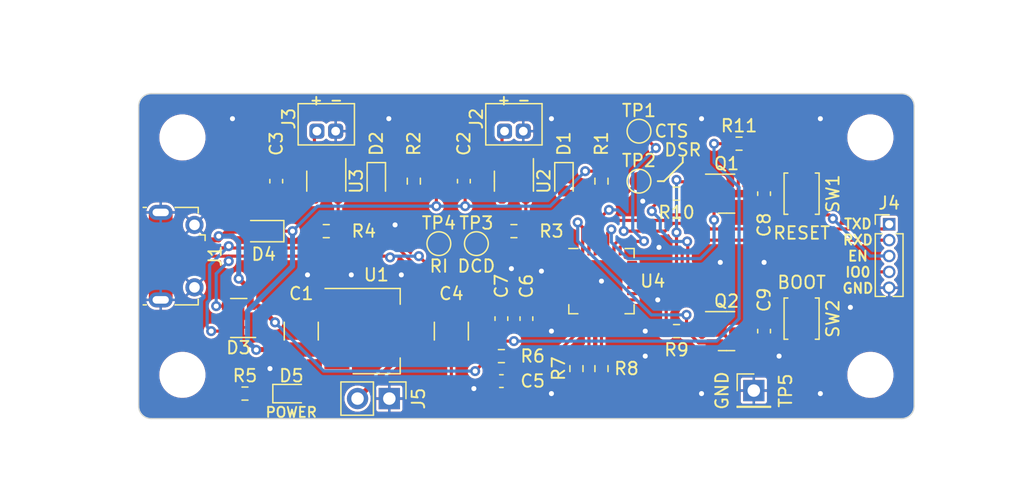
<source format=kicad_pcb>
(kicad_pcb (version 20221018) (generator pcbnew)
  (layers (0 "F.Cu" signal) (31 "B.Cu" signal) (34 "B.Paste" user) (35 "F.Paste" user) (36 "B.SilkS" user "B.Silkscreen") (37 "F.SilkS" user "F.Silkscreen") (38 "B.Mask" user) (39 "F.Mask" user) (44 "Edge.Cuts" user))
  (net 0 "")
  (net 1 "Net-(U4-~{RI}{slash}CLK)")
  (net 2 "Net-(U4-~{DCD})")
  (net 3 "Net-(U4-~{DSR})")
  (net 4 "Net-(U4-~{CTS})")
  (net 5 "+5V")
  (net 6 "Net-(D1-A)")
  (net 7 "+3.3V")
  (net 8 "/EN")
  (net 9 "/RTS")
  (net 10 "Net-(Q2-B)")
  (net 11 "/DTR")
  (net 12 "Net-(Q1-B)")
  (net 13 "Net-(U4-~{SUSPEND})")
  (net 14 "GND")
  (net 15 "Net-(U4-~{RST})")
  (net 16 "/VBUS")
  (net 17 "Net-(U4-VBUS)")
  (net 18 "Net-(D5-K)")
  (net 19 "Net-(U3-PROG)")
  (net 20 "Net-(U2-PROG)")
  (net 21 "Net-(D2-A)")
  (net 22 "Net-(D1-K)")
  (net 23 "Net-(J2-Pin_2)")
  (net 24 "Net-(D2-K)")
  (net 25 "Net-(J3-Pin_2)")
  (net 26 "/IO0")
  (net 27 "/D+")
  (net 28 "/D-")
  (net 41 "/TXD0")
  (net 42 "/RXD0")
  (footprint "Resistor_SMD:R_0603_1608Metric" (layer "F.Cu") (at 129.5 112)
    (fp_text reference "R5" (at 0 -1.43) (layer "F.SilkS"))
    (fp_text value "1608 2K")
    (pad "1" smd roundrect (at -0.825 0) (size 0.8 0.95) (layers "F.Cu" "F.Paste" "F.Mask") (net 14 "GND"))
    (pad "2" smd roundrect (at 0.825 0) (size 0.8 0.95) (layers "F.Cu" "F.Paste" "F.Mask") (net 18 "Net-(D5-K)"))
  )
  (footprint "Capacitor_SMD:C_0603_1608Metric" (layer "F.Cu") (at 150 111 180)
    (fp_text reference "C5" (at -2.5 0) (layer "F.SilkS"))
    (fp_text value "1608 4.7u")
    (pad "1" smd roundrect (at -0.775 0 180) (size 0.9 0.95) (layers "F.Cu" "F.Paste" "F.Mask") (net 17 "Net-(U4-VBUS)"))
    (pad "2" smd roundrect (at 0.775 0 180) (size 0.9 0.95) (layers "F.Cu" "F.Paste" "F.Mask") (net 14 "GND"))
  )
  (footprint "Capacitor_SMD:C_1210_3225Metric" (layer "F.Cu") (at 134 107 90)
    (fp_text reference "C1" (at 3 0 180) (layer "F.SilkS"))
    (fp_text value "3225 22uF")
    (pad "1" smd roundrect (at -1.475 0 90) (size 1.15 2.7) (layers "F.Cu" "F.Paste" "F.Mask") (roundrect_rratio 0.2173913043) (net 5 "+5V"))
    (pad "2" smd roundrect (at 1.475 0 90) (size 1.15 2.7) (layers "F.Cu" "F.Paste" "F.Mask") (roundrect_rratio 0.2173913043) (net 14 "GND"))
  )
  (footprint "Package_TO_SOT_SMD:SOT-23" (layer "F.Cu") (at 168 96)
    (fp_text reference "Q1" (at 0 -2.4) (layer "F.SilkS"))
    (fp_text value "SS8050-G")
    (pad "1" smd roundrect (at -0.9375 -0.95) (size 1.475 0.6) (layers "F.Cu" "F.Paste" "F.Mask") (net 12 "Net-(Q1-B)"))
    (pad "2" smd roundrect (at -0.9375 0.95) (size 1.475 0.6) (layers "F.Cu" "F.Paste" "F.Mask") (net 9 "/RTS"))
    (pad "3" smd roundrect (at 0.9375 0) (size 1.475 0.6) (layers "F.Cu" "F.Paste" "F.Mask") (net 8 "/EN"))
  )
  (footprint "Resistor_SMD:R_0603_1608Metric" (layer "F.Cu") (at 143 95 -90)
    (fp_text reference "R2" (at -3 0 90) (layer "F.SilkS"))
    (fp_text value "1608 1.2K")
    (pad "1" smd roundrect (at -0.825 0 270) (size 0.8 0.95) (layers "F.Cu" "F.Paste" "F.Mask") (net 5 "+5V"))
    (pad "2" smd roundrect (at 0.825 0 270) (size 0.8 0.95) (layers "F.Cu" "F.Paste" "F.Mask") (net 21 "Net-(D2-A)"))
  )
  (footprint "Connector_USB:USB_Micro-B_Molex-105017-0001" (layer "F.Cu") (at 124 101 -90)
    (fp_text reference "J1" (at 0 -3.1125 90) (layer "F.SilkS"))
    (fp_text value "USB_B_Micro")
    (pad "1" smd rect (at -1.3 -1.4625 270) (size 0.4 1.35) (layers "F.Cu" "F.Paste" "F.Mask") (net 16 "/VBUS"))
    (pad "2" smd rect (at -0.65 -1.4625 270) (size 0.4 1.35) (layers "F.Cu" "F.Paste" "F.Mask") (net 28 "/D-"))
    (pad "3" smd rect (at 0 -1.4625 270) (size 0.4 1.35) (layers "F.Cu" "F.Paste" "F.Mask") (net 27 "/D+"))
    (pad "4" smd rect (at 0.65 -1.4625 270) (size 0.4 1.35) (layers "F.Cu" "F.Paste" "F.Mask"))
    (pad "5" smd rect (at 1.3 -1.4625 270) (size 0.4 1.35) (layers "F.Cu" "F.Paste" "F.Mask") (net 14 "GND"))
    (pad "6" thru_hole oval (at -3.5 1.2375 90) (size 1.2 1.9) (drill oval 0.6 1.3) (layers "*.Cu" "*.Mask") (net 14 "GND"))
    (pad "6" smd rect (at -2.9 1.2375 270) (size 1.2 1.9) (layers "F.Cu" "F.Mask") (net 14 "GND"))
    (pad "6" thru_hole circle (at -2.5 -1.4625 270) (size 1.45 1.45) (drill 0.85) (layers "*.Cu" "*.Mask") (net 14 "GND"))
    (pad "6" smd rect (at -1 1.2375 270) (size 1.5 1.9) (layers "F.Cu" "F.Paste" "F.Mask") (net 14 "GND"))
    (pad "6" smd rect (at 1 1.2375 270) (size 1.5 1.9) (layers "F.Cu" "F.Paste" "F.Mask") (net 14 "GND"))
    (pad "6" thru_hole circle (at 2.5 -1.4625 270) (size 1.45 1.45) (drill 0.85) (layers "*.Cu" "*.Mask") (net 14 "GND"))
    (pad "6" smd rect (at 2.9 1.2375 270) (size 1.2 1.9) (layers "F.Cu" "F.Mask") (net 14 "GND"))
    (pad "6" thru_hole oval (at 3.5 1.2375 270) (size 1.2 1.9) (drill oval 0.6 1.3) (layers "*.Cu" "*.Mask") (net 14 "GND"))
  )
  (footprint "Capacitor_SMD:C_0603_1608Metric" (layer "F.Cu") (at 147 95 90)
    (fp_text reference "C2" (at 3 0 90) (layer "F.SilkS"))
    (fp_text value "1608 4.7u")
    (pad "1" smd roundrect (at -0.775 0 90) (size 0.9 0.95) (layers "F.Cu" "F.Paste" "F.Mask") (net 5 "+5V"))
    (pad "2" smd roundrect (at 0.775 0 90) (size 0.9 0.95) (layers "F.Cu" "F.Paste" "F.Mask") (net 14 "GND"))
  )
  (footprint "LED_SMD:LED_0603_1608Metric" (layer "F.Cu") (at 155 95 -90)
    (fp_text reference "D1" (at -3 0 90) (layer "F.SilkS"))
    (fp_text value "LED RED")
    (pad "1" smd roundrect (at -0.7875 0 270) (size 0.875 0.95) (layers "F.Cu" "F.Paste" "F.Mask") (net 22 "Net-(D1-K)"))
    (pad "2" smd roundrect (at 0.7875 0 270) (size 0.875 0.95) (layers "F.Cu" "F.Paste" "F.Mask") (net 6 "Net-(D1-A)"))
  )
  (footprint "Diode_SMD:D_SOD-323" (layer "F.Cu") (at 131 99 180)
    (fp_text reference "D4" (at 0 -1.85) (layer "F.SilkS"))
    (fp_text value "BAT760-7")
    (pad "1" smd roundrect (at -1.05 0 180) (size 0.6 0.45) (layers "F.Cu" "F.Paste" "F.Mask") (net 5 "+5V"))
    (pad "2" smd roundrect (at 1.05 0 180) (size 0.6 0.45) (layers "F.Cu" "F.Paste" "F.Mask") (net 16 "/VBUS"))
  )
  (footprint "Library:B2B-ZH" (layer "F.Cu") (at 136 91)
    (fp_text reference "J3" (at -3 -1 90 unlocked) (layer "F.SilkS"))
    (fp_text value "B2B-ZH")
    (pad "1" thru_hole roundrect (at 0.75 0) (size 1.2 1.2) (drill 0.7) (layers "*.Cu" "*.Mask") (net 14 "GND"))
    (pad "2" thru_hole roundrect (at -0.75 0) (size 1.2 1.2) (drill 0.7) (layers "*.Cu" "*.Mask") (net 25 "Net-(J3-Pin_2)"))
  )
  (footprint "TestPoint:TestPoint_Pad_D1.5mm" (layer "F.Cu") (at 161 95)
    (fp_text reference "TP2" (at 0 -1.648) (layer "F.SilkS"))
    (fp_text value "~")
    (pad "1" smd circle (at 0 0) (size 1.5 1.5) (layers "F.Cu" "F.Mask") (net 3 "Net-(U4-~{DSR})"))
  )
  (footprint "LED_SMD:LED_0603_1608Metric" (layer "F.Cu") (at 133.2125 112)
    (fp_text reference "D5" (at 0 -1.43) (layer "F.SilkS"))
    (fp_text value "LED GREEN")
    (pad "1" smd roundrect (at -0.7875 0) (size 0.875 0.95) (layers "F.Cu" "F.Paste" "F.Mask") (net 18 "Net-(D5-K)"))
    (pad "2" smd roundrect (at 0.7875 0) (size 0.875 0.95) (layers "F.Cu" "F.Paste" "F.Mask") (net 5 "+5V"))
  )
  (footprint "LED_SMD:LED_0603_1608Metric" (layer "F.Cu") (at 140 95 -90)
    (fp_text reference "D2" (at -3 0 90) (layer "F.SilkS"))
    (fp_text value "LED RED")
    (pad "1" smd roundrect (at -0.7875 0 270) (size 0.875 0.95) (layers "F.Cu" "F.Paste" "F.Mask") (net 24 "Net-(D2-K)"))
    (pad "2" smd roundrect (at 0.7875 0 270) (size 0.875 0.95) (layers "F.Cu" "F.Paste" "F.Mask") (net 21 "Net-(D2-A)"))
  )
  (footprint "Resistor_SMD:R_0603_1608Metric" (layer "F.Cu") (at 150 109)
    (fp_text reference "R6" (at 2.5 0) (layer "F.SilkS"))
    (fp_text value "1608 0")
    (pad "1" smd roundrect (at -0.825 0) (size 0.8 0.95) (layers "F.Cu" "F.Paste" "F.Mask") (net 16 "/VBUS"))
    (pad "2" smd roundrect (at 0.825 0) (size 0.8 0.95) (layers "F.Cu" "F.Paste" "F.Mask") (net 17 "Net-(U4-VBUS)"))
  )
  (footprint "Package_TO_SOT_SMD:TSOT-23-5" (layer "F.Cu") (at 151 95 -90)
    (fp_text reference "U2" (at 0 -2.4 90) (layer "F.SilkS"))
    (fp_text value "LTC4054ES5-4.2")
    (pad "1" smd roundrect (at -1.1375 -0.95 270) (size 1.325 0.6) (layers "F.Cu" "F.Paste" "F.Mask") (net 22 "Net-(D1-K)"))
    (pad "2" smd roundrect (at -1.1375 0 270) (size 1.325 0.6) (layers "F.Cu" "F.Paste" "F.Mask") (net 14 "GND"))
    (pad "3" smd roundrect (at -1.1375 0.95 270) (size 1.325 0.6) (layers "F.Cu" "F.Paste" "F.Mask") (net 23 "Net-(J2-Pin_2)"))
    (pad "4" smd roundrect (at 1.1375 0.95 270) (size 1.325 0.6) (layers "F.Cu" "F.Paste" "F.Mask") (net 5 "+5V"))
    (pad "5" smd roundrect (at 1.1375 -0.95 270) (size 1.325 0.6) (layers "F.Cu" "F.Paste" "F.Mask") (net 20 "Net-(U2-PROG)"))
  )
  (footprint "MountingHole:MountingHole_3.2mm_M3" (layer "F.Cu") (at 179.5 110.5)
    (fp_text reference "H4" hide)
    (fp_text value "Φ3.2 M3")
    (pad "" np_thru_hole circle (at 0 0) (size 3.2 3.2) (drill 3.2) (layers "*.Cu" "*.Mask"))
  )
  (footprint "Button_Switch_SMD:SW_SPST_B3U-1000P" (layer "F.Cu") (at 174 106 90)
    (fp_text reference "SW2" (at 0 2.5 90) (layer "F.SilkS"))
    (fp_text value "B3U-1000P")
    (pad "1" smd rect (at -1.7 0 90) (size 0.9 1.7) (layers "F.Cu" "F.Paste" "F.Mask") (net 14 "GND"))
    (pad "2" smd rect (at 1.7 0 90) (size 0.9 1.7) (layers "F.Cu" "F.Paste" "F.Mask") (net 26 "/IO0"))
  )
  (footprint "Resistor_SMD:R_0603_1608Metric" (layer "F.Cu") (at 164 107 180)
    (fp_text reference "R9" (at 0 -1.5) (layer "F.SilkS"))
    (fp_text value "1608 10K")
    (pad "1" smd roundrect (at -0.825 0 180) (size 0.8 0.95) (layers "F.Cu" "F.Paste" "F.Mask") (net 11 "/DTR"))
    (pad "2" smd roundrect (at 0.825 0 180) (size 0.8 0.95) (layers "F.Cu" "F.Paste" "F.Mask") (net 12 "Net-(Q1-B)"))
  )
  (footprint "TestPoint:TestPoint_Pad_D1.5mm" (layer "F.Cu") (at 161 91)
    (fp_text reference "TP1" (at 0 -1.648) (layer "F.SilkS"))
    (fp_text value "~")
    (pad "1" smd circle (at 0 0) (size 1.5 1.5) (layers "F.Cu" "F.Mask") (net 4 "Net-(U4-~{CTS})"))
  )
  (footprint "Connector_PinHeader_2.54mm:PinHeader_1x02_P2.54mm_Vertical" (layer "F.Cu") (at 141.04 112.4 -90)
    (fp_text reference "J5" (at 0 -2.33 90) (layer "F.SilkS"))
    (fp_text value "B2B-ZH")
    (pad "1" thru_hole rect (at 0 0 270) (size 1.7 1.7) (drill 1) (layers "*.Cu" "*.Mask") (net 14 "GND"))
    (pad "2" thru_hole oval (at 0 2.54 270) (size 1.7 1.7) (drill 1) (layers "*.Cu" "*.Mask") (net 5 "+5V"))
  )
  (footprint "Capacitor_SMD:C_0603_1608Metric" (layer "F.Cu") (at 171 107 -90)
    (fp_text reference "C9" (at -2.5 0 90) (layer "F.SilkS"))
    (fp_text value "1608 0.1u")
    (pad "1" smd roundrect (at -0.775 0 270) (size 0.9 0.95) (layers "F.Cu" "F.Paste" "F.Mask") (net 26 "/IO0"))
    (pad "2" smd roundrect (at 0.775 0 270) (size 0.9 0.95) (layers "F.Cu" "F.Paste" "F.Mask") (net 14 "GND"))
  )
  (footprint "Connector_PinHeader_1.27mm:PinHeader_1x05_P1.27mm_Vertical" (layer "F.Cu") (at 181 98.45)
    (fp_text reference "J4" (at 0 -1.695) (layer "F.SilkS"))
    (fp_text value "Conn_01x05")
    (pad "1" thru_hole rect (at 0 0) (size 1 1) (drill 0.65) (layers "*.Cu" "*.Mask") (net 41 "/TXD0"))
    (pad "2" thru_hole oval (at 0 1.27) (size 1 1) (drill 0.65) (layers "*.Cu" "*.Mask") (net 42 "/RXD0"))
    (pad "3" thru_hole oval (at 0 2.54) (size 1 1) (drill 0.65) (layers "*.Cu" "*.Mask") (net 8 "/EN"))
    (pad "4" thru_hole oval (at 0 3.81) (size 1 1) (drill 0.65) (layers "*.Cu" "*.Mask") (net 26 "/IO0"))
    (pad "5" thru_hole oval (at 0 5.08) (size 1 1) (drill 0.65) (layers "*.Cu" "*.Mask") (net 14 "GND"))
  )
  (footprint "Package_TO_SOT_SMD:SOT-143" (layer "F.Cu") (at 129 105.95 180)
    (fp_text reference "D3" (at 0.02 -2.38) (layer "F.SilkS"))
    (fp_text value "SP0503BAHT")
    (pad "1" smd rect (at -1 -0.75 180) (size 0.7 1) (layers "F.Cu" "F.Paste" "F.Mask") (net 14 "GND"))
    (pad "2" smd rect (at -1 0.95 180) (size 0.7 0.6) (layers "F.Cu" "F.Paste" "F.Mask") (net 16 "/VBUS"))
    (pad "3" smd rect (at 1 0.95 180) (size 0.7 0.6) (layers "F.Cu" "F.Paste" "F.Mask") (net 27 "/D+"))
    (pad "4" smd rect (at 1 -0.95 180) (size 0.7 0.6) (layers "F.Cu" "F.Paste" "F.Mask") (net 28 "/D-"))
  )
  (footprint "Resistor_SMD:R_0603_1608Metric" (layer "F.Cu") (at 169 92)
    (fp_text reference "R11" (at 0 -1.43) (layer "F.SilkS"))
    (fp_text value "1608 10K")
    (pad "1" smd roundrect (at -0.825 0) (size 0.8 0.95) (layers "F.Cu" "F.Paste" "F.Mask") (net 7 "+3.3V"))
    (pad "2" smd roundrect (at 0.825 0) (size 0.8 0.95) (layers "F.Cu" "F.Paste" "F.Mask") (net 8 "/EN"))
  )
  (footprint "Package_TO_SOT_SMD:SOT-223-3_TabPin2" (layer "F.Cu") (at 140 107)
    (fp_text reference "U1" (at 0 -4.5) (layer "F.SilkS"))
    (fp_text value "AMS1117-3.3")
    (pad "1" smd rect (at -3.15 -2.3) (size 2 1.5) (layers "F.Cu" "F.Paste" "F.Mask") (net 14 "GND"))
    (pad "2" smd rect (at -3.15 0) (size 2 1.5) (layers "F.Cu" "F.Paste" "F.Mask") (net 7 "+3.3V"))
    (pad "2" smd rect (at 3.15 0) (size 2 3.8) (layers "F.Cu" "F.Paste" "F.Mask") (net 7 "+3.3V"))
    (pad "3" smd rect (at -3.15 2.3) (size 2 1.5) (layers "F.Cu" "F.Paste" "F.Mask") (net 5 "+5V"))
  )
  (footprint "Resistor_SMD:R_0603_1608Metric" (layer "F.Cu") (at 164 96 180)
    (fp_text reference "R10" (at 0 -1.5) (layer "F.SilkS"))
    (fp_text value "1608 10K")
    (pad "1" smd roundrect (at -0.825 0 180) (size 0.8 0.95) (layers "F.Cu" "F.Paste" "F.Mask") (net 9 "/RTS"))
    (pad "2" smd roundrect (at 0.825 0 180) (size 0.8 0.95) (layers "F.Cu" "F.Paste" "F.Mask") (net 10 "Net-(Q2-B)"))
  )
  (footprint "Capacitor_SMD:C_0603_1608Metric" (layer "F.Cu") (at 152 106 -90)
    (fp_text reference "C6" (at -2.6 0 90) (layer "F.SilkS"))
    (fp_text value "1608 4.7u")
    (pad "1" smd roundrect (at -0.775 0 270) (size 0.9 0.95) (layers "F.Cu" "F.Paste" "F.Mask") (net 7 "+3.3V"))
    (pad "2" smd roundrect (at 0.775 0 270) (size 0.9 0.95) (layers "F.Cu" "F.Paste" "F.Mask") (net 14 "GND"))
  )
  (footprint "Package_TO_SOT_SMD:SOT-23" (layer "F.Cu") (at 168 107)
    (fp_text reference "Q2" (at 0 -2.4) (layer "F.SilkS"))
    (fp_text value "SS8050-G")
    (pad "1" smd roundrect (at -0.9375 -0.95) (size 1.475 0.6) (layers "F.Cu" "F.Paste" "F.Mask") (net 10 "Net-(Q2-B)"))
    (pad "2" smd roundrect (at -0.9375 0.95) (size 1.475 0.6) (layers "F.Cu" "F.Paste" "F.Mask") (net 11 "/DTR"))
    (pad "3" smd roundrect (at 0.9375 0) (size 1.475 0.6) (layers "F.Cu" "F.Paste" "F.Mask") (net 26 "/IO0"))
  )
  (footprint "Resistor_SMD:R_0603_1608Metric" (layer "F.Cu") (at 136 99 180)
    (fp_text reference "R4" (at -3 0) (layer "F.SilkS"))
    (fp_text value "1608 1.2K")
    (pad "1" smd roundrect (at -0.825 0 180) (size 0.8 0.95) (layers "F.Cu" "F.Paste" "F.Mask") (net 19 "Net-(U3-PROG)"))
    (pad "2" smd roundrect (at 0.825 0 180) (size 0.8 0.95) (layers "F.Cu" "F.Paste" "F.Mask") (net 14 "GND"))
  )
  (footprint "Library:B2B-ZH" (layer "F.Cu") (at 151 91)
    (fp_text reference "J2" (at -3 -1 90 unlocked) (layer "F.SilkS"))
    (fp_text value "B2B-ZH")
    (pad "1" thru_hole roundrect (at 0.75 0) (size 1.2 1.2) (drill 0.7) (layers "*.Cu" "*.Mask") (net 14 "GND"))
    (pad "2" thru_hole roundrect (at -0.75 0) (size 1.2 1.2) (drill 0.7) (layers "*.Cu" "*.Mask") (net 23 "Net-(J2-Pin_2)"))
  )
  (footprint "MountingHole:MountingHole_3.2mm_M3" (layer "F.Cu") (at 124.5 91.5)
    (fp_text reference "H1" hide)
    (fp_text value "Φ3.2 M3")
    (pad "" np_thru_hole circle (at 0 0) (size 3.2 3.2) (drill 3.2) (layers "*.Cu" "*.Mask"))
  )
  (footprint "Resistor_SMD:R_0603_1608Metric" (layer "F.Cu") (at 158 95 -90)
    (fp_text reference "R1" (at -3 0 90) (layer "F.SilkS"))
    (fp_text value "1608 1.2K")
    (pad "1" smd roundrect (at -0.825 0 270) (size 0.8 0.95) (layers "F.Cu" "F.Paste" "F.Mask") (net 5 "+5V"))
    (pad "2" smd roundrect (at 0.825 0 270) (size 0.8 0.95) (layers "F.Cu" "F.Paste" "F.Mask") (net 6 "Net-(D1-A)"))
  )
  (footprint "Capacitor_SMD:C_1210_3225Metric" (layer "F.Cu") (at 146 107 90)
    (fp_text reference "C4" (at 3 0 180) (layer "F.SilkS"))
    (fp_text value "3225 22uF")
    (pad "1" smd roundrect (at -1.475 0 90) (size 1.15 2.7) (layers "F.Cu" "F.Paste" "F.Mask") (roundrect_rratio 0.2173913043) (net 7 "+3.3V"))
    (pad "2" smd roundrect (at 1.475 0 90) (size 1.15 2.7) (layers "F.Cu" "F.Paste" "F.Mask") (roundrect_rratio 0.2173913043) (net 14 "GND"))
  )
  (footprint "TestPoint:TestPoint_Pad_D1.5mm" (layer "F.Cu") (at 148 100)
    (fp_text reference "TP3" (at 0 -1.648) (layer "F.SilkS"))
    (fp_text value "~")
    (pad "1" smd circle (at 0 0) (size 1.5 1.5) (layers "F.Cu" "F.Mask") (net 2 "Net-(U4-~{DCD})"))
  )
  (footprint "Capacitor_SMD:C_0603_1608Metric" (layer "F.Cu") (at 171 96 90)
    (fp_text reference "C8" (at -2.5 0 90) (layer "F.SilkS"))
    (fp_text value "1608 0.1u")
    (pad "1" smd roundrect (at -0.775 0 90) (size 0.9 0.95) (layers "F.Cu" "F.Paste" "F.Mask") (net 8 "/EN"))
    (pad "2" smd roundrect (at 0.775 0 90) (size 0.9 0.95) (layers "F.Cu" "F.Paste" "F.Mask") (net 14 "GND"))
  )
  (footprint "Capacitor_SMD:C_0603_1608Metric" (layer "F.Cu") (at 132 95 90)
    (fp_text reference "C3" (at 3 0 90) (layer "F.SilkS"))
    (fp_text value "1608 4.7u")
    (pad "1" smd roundrect (at -0.775 0 90) (size 0.9 0.95) (layers "F.Cu" "F.Paste" "F.Mask") (net 5 "+5V"))
    (pad "2" smd roundrect (at 0.775 0 90) (size 0.9 0.95) (layers "F.Cu" "F.Paste" "F.Mask") (net 14 "GND"))
  )
  (footprint "MountingHole:MountingHole_3.2mm_M3" (layer "F.Cu") (at 179.5 91.5)
    (fp_text reference "H3" hide)
    (fp_text value "Φ3.2 M3")
    (pad "" np_thru_hole circle (at 0 0) (size 3.2 3.2) (drill 3.2) (layers "*.Cu" "*.Mask"))
  )
  (footprint "Capacitor_SMD:C_0603_1608Metric" (layer "F.Cu") (at 150 106 -90)
    (fp_text reference "C7" (at -2.6 0 90) (layer "F.SilkS"))
    (fp_text value "1608 0.1u")
    (pad "1" smd roundrect (at -0.775 0 270) (size 0.9 0.95) (layers "F.Cu" "F.Paste" "F.Mask") (net 7 "+3.3V"))
    (pad "2" smd roundrect (at 0.775 0 270) (size 0.9 0.95) (layers "F.Cu" "F.Paste" "F.Mask") (net 14 "GND"))
  )
  (footprint "Package_TO_SOT_SMD:TSOT-23-5" (layer "F.Cu") (at 136 95 -90)
    (fp_text reference "U3" (at 0 -2.4 90) (layer "F.SilkS"))
    (fp_text value "LTC4054ES5-4.2")
    (pad "1" smd roundrect (at -1.1375 -0.95 270) (size 1.325 0.6) (layers "F.Cu" "F.Paste" "F.Mask") (net 24 "Net-(D2-K)"))
    (pad "2" smd roundrect (at -1.1375 0 270) (size 1.325 0.6) (layers "F.Cu" "F.Paste" "F.Mask") (net 14 "GND"))
    (pad "3" smd roundrect (at -1.1375 0.95 270) (size 1.325 0.6) (layers "F.Cu" "F.Paste" "F.Mask") (net 25 "Net-(J3-Pin_2)"))
    (pad "4" smd roundrect (at 1.1375 0.95 270) (size 1.325 0.6) (layers "F.Cu" "F.Paste" "F.Mask") (net 5 "+5V"))
    (pad "5" smd roundrect (at 1.1375 -0.95 270) (size 1.325 0.6) (layers "F.Cu" "F.Paste" "F.Mask") (net 19 "Net-(U3-PROG)"))
  )
  (footprint "Package_DFN_QFN:QFN-28-1EP_5x5mm_P0.5mm_EP3.35x3.35mm" (layer "F.Cu") (at 158 103)
    (fp_text reference "U4" (at 4.1 0) (layer "F.SilkS"))
    (fp_text value "CP2102-GM")
    (pad "1" smd roundrect (at -2.45 -1.5) (size 0.8 0.25) (layers "F.Cu" "F.Paste" "F.Mask") (net 2 "Net-(U4-~{DCD})"))
    (pad "2" smd roundrect (at -2.45 -1) (size 0.8 0.25) (layers "F.Cu" "F.Paste" "F.Mask") (net 1 "Net-(U4-~{RI}{slash}CLK)"))
    (pad "3" smd roundrect (at -2.45 -0.5) (size 0.8 0.25) (layers "F.Cu" "F.Paste" "F.Mask") (net 14 "GND"))
    (pad "4" smd roundrect (at -2.45 0) (size 0.8 0.25) (layers "F.Cu" "F.Paste" "F.Mask") (net 27 "/D+"))
    (pad "5" smd roundrect (at -2.45 0.5) (size 0.8 0.25) (layers "F.Cu" "F.Paste" "F.Mask") (net 28 "/D-"))
    (pad "6" smd roundrect (at -2.45 1) (size 0.8 0.25) (layers "F.Cu" "F.Paste" "F.Mask") (net 7 "+3.3V"))
    (pad "7" smd roundrect (at -2.45 1.5) (size 0.8 0.25) (layers "F.Cu" "F.Paste" "F.Mask") (net 7 "+3.3V"))
    (pad "8" smd roundrect (at -1.5 2.45) (size 0.25 0.8) (layers "F.Cu" "F.Paste" "F.Mask") (net 17 "Net-(U4-VBUS)"))
    (pad "9" smd roundrect (at -1 2.45) (size 0.25 0.8) (layers "F.Cu" "F.Paste" "F.Mask") (net 15 "Net-(U4-~{RST})"))
    (pad "10" smd roundrect (at -0.5 2.45) (size 0.25 0.8) (layers "F.Cu" "F.Paste" "F.Mask"))
    (pad "11" smd roundrect (at 0 2.45) (size 0.25 0.8) (layers "F.Cu" "F.Paste" "F.Mask") (net 13 "Net-(U4-~{SUSPEND})"))
    (pad "12" smd roundrect (at 0.5 2.45) (size 0.25 0.8) (layers "F.Cu" "F.Paste" "F.Mask"))
    (pad "13" smd roundrect (at 1 2.45) (size 0.25 0.8) (layers "F.Cu" "F.Paste" "F.Mask"))
    (pad "14" smd roundrect (at 1.5 2.45) (size 0.25 0.8) (layers "F.Cu" "F.Paste" "F.Mask"))
    (pad "15" smd roundrect (at 2.45 1.5) (size 0.8 0.25) (layers "F.Cu" "F.Paste" "F.Mask"))
    (pad "16" smd roundrect (at 2.45 1) (size 0.8 0.25) (layers "F.Cu" "F.Paste" "F.Mask"))
    (pad "17" smd roundrect (at 2.45 0.5) (size 0.8 0.25) (layers "F.Cu" "F.Paste" "F.Mask"))
    (pad "18" smd roundrect (at 2.45 0) (size 0.8 0.25) (layers "F.Cu" "F.Paste" "F.Mask"))
    (pad "19" smd roundrect (at 2.45 -0.5) (size 0.8 0.25) (layers "F.Cu" "F.Paste" "F.Mask"))
    (pad "20" smd roundrect (at 2.45 -1) (size 0.8 0.25) (layers "F.Cu" "F.Paste" "F.Mask"))
    (pad "21" smd roundrect (at 2.45 -1.5) (size 0.8 0.25) (layers "F.Cu" "F.Paste" "F.Mask"))
    (pad "22" smd roundrect (at 1.5 -2.45) (size 0.25 0.8) (layers "F.Cu" "F.Paste" "F.Mask"))
    (pad "23" smd roundrect (at 1 -2.45) (size 0.25 0.8) (layers "F.Cu" "F.Paste" "F.Mask") (net 4 "Net-(U4-~{CTS})"))
    (pad "24" smd roundrect (at 0.5 -2.45) (size 0.25 0.8) (layers "F.Cu" "F.Paste" "F.Mask") (net 9 "/RTS"))
    (pad "25" smd roundrect (at 0 -2.45) (size 0.25 0.8) (layers "F.Cu" "F.Paste" "F.Mask") (net 41 "/TXD0"))
    (pad "26" smd roundrect (at -0.5 -2.45) (size 0.25 0.8) (layers "F.Cu" "F.Paste" "F.Mask") (net 42 "/RXD0"))
    (pad "27" smd roundrect (at -1 -2.45) (size 0.25 0.8) (layers "F.Cu" "F.Paste" "F.Mask") (net 3 "Net-(U4-~{DSR})"))
    (pad "28" smd roundrect (at -1.5 -2.45) (size 0.25 0.8) (layers "F.Cu" "F.Paste" "F.Mask") (net 11 "/DTR"))
    (pad "29" smd rect (at 0 0) (size 3.35 3.35) (layers "F.Cu" "F.Mask") (net 14 "GND"))
  )
  (footprint "TestPoint:TestPoint_Pad_D1.5mm" (layer "F.Cu") (at 145 100)
    (fp_text reference "TP4" (at 0 -1.648) (layer "F.SilkS"))
    (fp_text value "~")
    (pad "1" smd circle (at 0 0) (size 1.5 1.5) (layers "F.Cu" "F.Mask") (net 1 "Net-(U4-~{RI}{slash}CLK)"))
  )
  (footprint "Resistor_SMD:R_0603_1608Metric" (layer "F.Cu") (at 151 99 180)
    (fp_text reference "R3" (at -3 0) (layer "F.SilkS"))
    (fp_text value "1608 1.2K")
    (pad "1" smd roundrect (at -0.825 0 180) (size 0.8 0.95) (layers "F.Cu" "F.Paste" "F.Mask") (net 20 "Net-(U2-PROG)"))
    (pad "2" smd roundrect (at 0.825 0 180) (size 0.8 0.95) (layers "F.Cu" "F.Paste" "F.Mask") (net 14 "GND"))
  )
  (footprint "Resistor_SMD:R_0603_1608Metric" (layer "F.Cu") (at 158 110 -90)
    (fp_text reference "R8" (at 0 -2 -180) (layer "F.SilkS"))
    (fp_text value "1608 10K NC")
    (pad "1" smd roundrect (at -0.825 0 270) (size 0.8 0.95) (layers "F.Cu" "F.Paste" "F.Mask") (net 13 "Net-(U4-~{SUSPEND})"))
    (pad "2" smd roundrect (at 0.825 0 270) (size 0.8 0.95) (layers "F.Cu" "F.Paste" "F.Mask") (net 14 "GND"))
  )
  (footprint "Resistor_SMD:R_0603_1608Metric" (layer "F.Cu") (at 156 110 90)
    (fp_text reference "R7" (at 0 -1.43 90) (layer "F.SilkS"))
    (fp_text value "1608 2K")
    (pad "1" smd roundrect (at -0.825 0 90) (size 0.8 0.95) (layers "F.Cu" "F.Paste" "F.Mask") (net 7 "+3.3V"))
    (pad "2" smd roundrect (at 0.825 0 90) (size 0.8 0.95) (layers "F.Cu" "F.Paste" "F.Mask") (net 15 "Net-(U4-~{RST})"))
  )
  (footprint "MountingHole:MountingHole_3.2mm_M3" (layer "F.Cu") (at 124.5 110.5)
    (fp_text reference "H2" hide)
    (fp_text value "Φ3.2 M3")
    (pad "" np_thru_hole circle (at 0 0) (size 3.2 3.2) (drill 3.2) (layers "*.Cu" "*.Mask"))
  )
  (footprint "Connector_PinHeader_2.54mm:PinHeader_1x01_P2.54mm_Vertical" (layer "F.Cu") (at 170.18 111.76)
    (fp_text reference "TP5" (at 2.54 0 90) (layer "F.SilkS"))
    (fp_text value "~")
    (pad "1" thru_hole rect (at 0 0) (size 1.7 1.7) (drill 1) (layers "*.Cu" "*.Mask") (net 14 "GND"))
  )
  (footprint "Button_Switch_SMD:SW_SPST_B3U-1000P" (layer "F.Cu") (at 174 96 -90)
    (fp_text reference "SW1" (at 0 -2.5 90) (layer "F.SilkS"))
    (fp_text value "B3U-1000P")
    (pad "1" smd rect (at -1.7 0 270) (size 0.9 1.7) (layers "F.Cu" "F.Paste" "F.Mask") (net 14 "GND"))
    (pad "2" smd rect (at 1.7 0 270) (size 0.9 1.7) (layers "F.Cu" "F.Paste" "F.Mask") (net 8 "/EN"))
  )
  (gr_line (start 164.5 93.5) (end 164.5 93.1) (stroke (width 0.15)) (layer "F.SilkS"))
  (gr_line (start 162.5 95) (end 163 95) (stroke (width 0.15)) (layer "F.SilkS"))
  (gr_line (start 163 95) (end 164.5 93.5) (stroke (width 0.15)) (layer "F.SilkS"))
  (gr_arc (start 182 88) (mid 182.707107 88.292893) (end 183 89) (stroke (width 0.1)) (layer "Edge.Cuts"))
  (gr_line (start 122 114) (end 182 114) (stroke (width 0.1)) (layer "Edge.Cuts"))
  (gr_line (start 121 89) (end 121 113) (stroke (width 0.1)) (layer "Edge.Cuts"))
  (gr_line (start 183 113) (end 183 89) (stroke (width 0.1)) (layer "Edge.Cuts"))
  (gr_arc (start 183 113) (mid 182.707107 113.707107) (end 182 114) (stroke (width 0.1)) (layer "Edge.Cuts"))
  (gr_arc (start 121 89) (mid 121.292893 88.292893) (end 122 88) (stroke (width 0.1)) (layer "Edge.Cuts"))
  (gr_arc (start 122 114) (mid 121.292893 113.707107) (end 121 113) (stroke (width 0.1)) (layer "Edge.Cuts"))
  (gr_line (start 182 88) (end 122 88) (stroke (width 0.1)) (layer "Edge.Cuts"))
  (gr_text "DSR" (at 164.5 92.5) (layer "F.SilkS") (effects (font (size 1 1))))
  (gr_text "RESET" (at 174 99.15) (layer "F.SilkS") (effects (font (size 1 1))))
  (gr_text "+ -" (at 151 88.5) (layer "F.SilkS") (effects (font (size 0.8 0.8))))
  (gr_text "POWER" (at 133.2 113.5) (layer "F.SilkS") (effects (font (size 0.8 0.8))))
  (gr_text "BOOT" (at 174 103.1) (layer "F.SilkS") (effects (font (size 1 1))))
  (gr_text "RI" (at 145 101.8) (layer "F.SilkS") (effects (font (size 1 1))))
  (gr_text "GND" (at 167.64 111.76 90) (layer "F.SilkS") (effects (font (size 1 1))))
  (gr_text "TXD\nRXD\nEN\nIO0\nGND" (at 178.5 101) (layer "F.SilkS") (effects (font (size 0.8 0.8) (thickness 0.15875) bold)))
  (gr_text "+ -" (at 136 88.5) (layer "F.SilkS") (effects (font (size 0.8 0.8))))
  (gr_text "DCD" (at 148 101.8) (layer "F.SilkS") (effects (font (size 1 1))))
  (gr_text "CTS" (at 163.6 91) (layer "F.SilkS") (effects (font (size 1 1))))
  (segment (start 155.55 102) (end 154.688604 102) (width 0.25) (layer "F.Cu") (net 1))
  (segment (start 153.888604 101.2) (end 146.2 101.2) (width 0.25) (layer "F.Cu") (net 1))
  (segment (start 146.2 101.2) (end 145 100) (width 0.25) (layer "F.Cu") (net 1))
  (segment (start 154.688604 102) (end 153.888604 101.2) (width 0.25) (layer "F.Cu") (net 1))
  (segment (start 148 100) (end 148.4 100.4) (width 0.25) (layer "F.Cu") (net 2))
  (segment (start 148.4 100.4) (end 153.725 100.4) (width 0.25) (layer "F.Cu") (net 2))
  (segment (start 154.825 101.5) (end 155.55 101.5) (width 0.25) (layer "F.Cu") (net 2))
  (segment (start 153.725 100.4) (end 154.825 101.5) (width 0.25) (layer "F.Cu") (net 2))
  (segment (start 159.45 96.55) (end 161 95) (width 0.25) (layer "F.Cu") (net 3))
  (segment (start 157.75 96.55) (end 159.45 96.55) (width 0.25) (layer "F.Cu") (net 3))
  (segment (start 157 97.3) (end 157.75 96.55) (width 0.25) (layer "F.Cu") (net 3))
  (segment (start 157 100.55) (end 157 97.3) (width 0.25) (layer "F.Cu") (net 3))
  (segment (start 159.277492 99.8245) (end 161.3755 99.8245) (width 0.25) (layer "F.Cu") (net 4))
  (segment (start 161 91) (end 162.35 92.35) (width 0.25) (layer "F.Cu") (net 4))
  (segment (start 159 100.55) (end 159 100.101992) (width 0.25) (layer "F.Cu") (net 4))
  (segment (start 159 100.101992) (end 159.277492 99.8245) (width 0.25) (layer "F.Cu") (net 4))
  (segment (start 161.3755 99.8245) (end 161.4 99.8) (width 0.25) (layer "F.Cu") (net 4))
  (via (at 161.4 99.8) (size 0.8) (drill 0.4) (layers "F.Cu" "B.Cu") (net 4))
  (via (at 162.35 92.35) (size 0.8) (drill 0.4) (layers "F.Cu" "B.Cu") (net 4))
  (segment (start 161.4 99.8) (end 160.5 98.9) (width 0.25) (layer "B.Cu") (net 4))
  (segment (start 160.5 94.2) (end 162.35 92.35) (width 0.25) (layer "B.Cu") (net 4))
  (segment (start 160.5 98.9) (end 160.5 94.2) (width 0.25) (layer "B.Cu") (net 4))
  (segment (start 136.025 108.475) (end 136.85 109.3) (width 0.4) (layer "F.Cu") (net 5))
  (segment (start 135.05 96.1375) (end 134.9125 96) (width 0.25) (layer "F.Cu") (net 5))
  (segment (start 132.05 99) (end 132.05 95.825) (width 0.25) (layer "F.Cu") (net 5))
  (segment (start 132.225 96) (end 132 95.775) (width 0.25) (layer "F.Cu") (net 5))
  (segment (start 147.125 95.9) (end 147 95.775) (width 0.25) (layer "F.Cu") (net 5))
  (segment (start 134 108.475) (end 134 112) (width 0.4) (layer "F.Cu") (net 5))
  (segment (start 132.05 99) (end 133.3 99) (width 0.25) (layer "F.Cu") (net 5))
  (segment (start 132.05 95.825) (end 132 95.775) (width 0.25) (layer "F.Cu") (net 5))
  (segment (start 150.05 96.1375) (end 149.8125 95.9) (width 0.25) (layer "F.Cu") (net 5))
  (segment (start 134 108.475) (end 130.425 108.475) (width 0.4) (layer "F.Cu") (net 5))
  (segment (start 144.8 95.975) (end 144.8 97) (width 0.25) (layer "F.Cu") (net 5))
  (segment (start 156.7 94.2) (end 157.975 94.2) (width 0.25) (layer "F.Cu") (net 5))
  (segment (start 134.9125 96) (end 132.225 96) (width 0.25) (layer "F.Cu") (net 5))
  (segment (start 149.8125 95.9) (end 147.125 95.9) (width 0.25) (layer "F.Cu") (net 5))
  (segment (start 134 108.475) (end 136.025 108.475) (width 0.4) (layer "F.Cu") (net 5))
  (segment (start 143 94.175) (end 144.8 95.975) (width 0.25) (layer "F.Cu") (net 5))
  (segment (start 141.6 109.3) (end 138.5 112.4) (width 0.4) (layer "F.Cu") (net 5))
  (segment (start 130.425 108.475) (end 130.4 108.5) (width 0.4) (layer "F.Cu") (net 5))
  (segment (start 147.1 97) (end 147.1 95.875) (width 0.25) (layer "F.Cu") (net 5))
  (segment (start 136.85 109.3) (end 141.6 109.3) (width 0.4) (layer "F.Cu") (net 5))
  (segment (start 147.1 95.875) (end 147 95.775) (width 0.25) (layer "F.Cu") (net 5))
  (segment (start 157.975 94.2) (end 158 94.175) (width 0.25) (layer "F.Cu") (net 5))
  (via (at 130.4 108.5) (size 0.8) (drill 0.4) (layers "F.Cu" "B.Cu") (net 5))
  (via (at 144.8 97) (size 0.8) (drill 0.4) (layers "F.Cu" "B.Cu") (net 5))
  (via (at 133.3 99) (size 0.8) (drill 0.4) (layers "F.Cu" "B.Cu") (net 5))
  (via (at 147.1 97) (size 0.8) (drill 0.4) (layers "F.Cu" "B.Cu") (net 5))
  (via (at 156.7 94.2) (size 0.8) (drill 0.4) (layers "F.Cu" "B.Cu") (net 5))
  (segment (start 135.3 97) (end 144.8 97) (width 0.25) (layer "B.Cu") (net 5))
  (segment (start 153.9 97) (end 156.7 94.2) (width 0.25) (layer "B.Cu") (net 5))
  (segment (start 129.7 107.8) (end 130.4 108.5) (width 0.4) (layer "B.Cu") (net 5))
  (segment (start 129.7 105.4) (end 129.7 107.8) (width 0.4) (layer "B.Cu") (net 5))
  (segment (start 133.3 99) (end 135.3 97) (width 0.25) (layer "B.Cu") (net 5))
  (segment (start 144.8 97) (end 147.1 97) (width 0.25) (layer "B.Cu") (net 5))
  (segment (start 133.3 99) (end 133.3 101.8) (width 0.4) (layer "B.Cu") (net 5))
  (segment (start 133.3 101.8) (end 129.7 105.4) (width 0.4) (layer "B.Cu") (net 5))
  (segment (start 147.1 97) (end 153.9 97) (width 0.25) (layer "B.Cu") (net 5))
  (segment (start 155.0375 95.825) (end 155 95.7875) (width 0.25) (layer "F.Cu") (net 6))
  (segment (start 158 95.825) (end 155.0375 95.825) (width 0.25) (layer "F.Cu") (net 6))
  (segment (start 155.55 104.5) (end 154.6 104.5) (width 0.25) (layer "F.Cu") (net 7))
  (segment (start 144.625 108.475) (end 143.15 107) (width 0.4) (layer "F.Cu") (net 7))
  (segment (start 147.2 112.6) (end 146 111.4) (width 0.25) (layer "F.Cu") (net 7))
  (segment (start 146 111.4) (end 146 108.475) (width 0.25) (layer "F.Cu") (net 7))
  (segment (start 153.875 105.225) (end 152 105.225) (width 0.25) (layer "F.Cu") (net 7))
  (segment (start 153.975 110.825) (end 152.2 112.6) (width 0.25) (layer "F.Cu") (net 7))
  (segment (start 154.6 104.5) (end 153.875 105.225) (width 0.25) (layer "F.Cu") (net 7))
  (segment (start 149.175 105.225) (end 150 105.225) (width 0.4) (layer "F.Cu") (net 7))
  (segment (start 150 105.225) (end 152 105.225) (width 0.25) (layer "F.Cu") (net 7))
  (segment (start 155.05 104.5) (end 154.6 104.5) (width 0.25) (layer "F.Cu") (net 7))
  (segment (start 136.85 107) (end 143.15 107) (width 0.4) (layer "F.Cu") (net 7))
  (segment (start 168.175 92) (end 167 92) (width 0.25) (layer "F.Cu") (net 7))
  (segment (start 146 108.475) (end 144.625 108.475) (width 0.4) (layer "F.Cu") (net 7))
  (segment (start 155.1 104) (end 155.55 104) (width 0.25) (layer "F.Cu") (net 7))
  (segment (start 152.2 112.6) (end 147.2 112.6) (width 0.25) (layer "F.Cu") (net 7))
  (segment (start 151 107.8) (end 148.2 107.8) (width 0.25) (layer "F.Cu") (net 7))
  (segment (start 147.825 108.475) (end 148.2 108.1) (width 0.4) (layer "F.Cu") (net 7))
  (segment (start 148.2 107.8) (end 148.2 106.2) (width 0.4) (layer "F.Cu") (net 7))
  (segment (start 148.2 108.1) (end 148.2 107.8) (width 0.4) (layer "F.Cu") (net 7))
  (segment (start 154.6 104.5) (end 155.1 104) (width 0.25) (layer "F.Cu") (net 7))
  (segment (start 156 110.825) (end 153.975 110.825) (width 0.25) (layer "F.Cu") (net 7))
  (segment (start 148.2 106.2) (end 149.175 105.225) (width 0.4) (layer "F.Cu") (net 7))
  (segment (start 146 108.475) (end 147.825 108.475) (width 0.4) (layer "F.Cu") (net 7))
  (via (at 151 107.8) (size 0.8) (drill 0.4) (layers "F.Cu" "B.Cu") (net 7))
  (via (at 167 92) (size 0.8) (drill 0.4) (layers "F.Cu" "B.Cu") (net 7))
  (segment (start 169 106) (end 167.2 107.8) (width 0.25) (layer "B.Cu") (net 7))
  (segment (start 169 95.5) (end 169 106) (width 0.25) (layer "B.Cu") (net 7))
  (segment (start 167 92) (end 167 93.5) (width 0.25) (layer "B.Cu") (net 7))
  (segment (start 167.2 107.8) (end 151 107.8) (width 0.25) (layer "B.Cu") (net 7))
  (segment (start 167 93.5) (end 169 95.5) (width 0.25) (layer "B.Cu") (net 7))
  (segment (start 169.8 93.6) (end 169.8 92.025) (width 0.25) (layer "F.Cu") (net 8))
  (segment (start 170.225 96) (end 171 96.775) (width 0.25) (layer "F.Cu") (net 8))
  (segment (start 174 97.7) (end 176.2 97.7) (width 0.25) (layer "F.Cu") (net 8))
  (segment (start 168.9375 94.4625) (end 169.8 93.6) (width 0.25) (layer "F.Cu") (net 8))
  (segment (start 168.9375 96) (end 170.225 96) (width 0.25) (layer "F.Cu") (net 8))
  (segment (start 176.2 97.7) (end 176.5 98) (width 0.25) (layer "F.Cu") (net 8))
  (segment (start 169.8 92.025) (end 169.825 92) (width 0.25) (layer "F.Cu") (net 8))
  (segment (start 171.925 97.7) (end 174 97.7) (width 0.25) (layer "F.Cu") (net 8))
  (segment (start 171 96.775) (end 171.925 97.7) (width 0.25) (layer "F.Cu") (net 8))
  (segment (start 168.9375 96) (end 168.9375 94.4625) (width 0.25) (layer "F.Cu") (net 8))
  (via (at 176.5 98) (size 0.8) (drill 0.4) (layers "F.Cu" "B.Cu") (net 8))
  (segment (start 181 100.99) (end 179.49 100.99) (width 0.25) (layer "B.Cu") (net 8))
  (segment (start 179.49 100.99) (end 176.5 98) (width 0.25) (layer "B.Cu") (net 8))
  (segment (start 167.0625 96.95) (end 165.775 96.95) (width 0.25) (layer "F.Cu") (net 9))
  (segment (start 167 98.1) (end 167 97.0125) (width 0.25) (layer "F.Cu") (net 9))
  (segment (start 158.5 99.156637) (end 158.790384 98.866253) (width 0.25) (layer "F.Cu") (net 9))
  (segment (start 158.5 100.55) (end 158.5 99.156637) (width 0.25) (layer "F.Cu") (net 9))
  (segment (start 167 97.0125) (end 167.0625 96.95) (width 0.25) (layer "F.Cu") (net 9))
  (segment (start 165.775 96.95) (end 164.825 96) (width 0.25) (layer "F.Cu") (net 9))
  (via (at 158.790384 98.866253) (size 0.8) (drill 0.4) (layers "F.Cu" "B.Cu") (net 9))
  (via (at 167 98.1) (size 0.8) (drill 0.4) (layers "F.Cu" "B.Cu") (net 9))
  (segment (start 167 98.1) (end 167 100.1) (width 0.25) (layer "B.Cu") (net 9))
  (segment (start 160.1 101.2) (end 158.790384 99.890384) (width 0.25) (layer "B.Cu") (net 9))
  (segment (start 167 100.1) (end 165.9 101.2) (width 0.25) (layer "B.Cu") (net 9))
  (segment (start 158.790384 99.890384) (end 158.790384 98.866253) (width 0.25) (layer "B.Cu") (net 9))
  (segment (start 165.9 101.2) (end 160.1 101.2) (width 0.25) (layer "B.Cu") (net 9))
  (segment (start 162.0245 97.1505) (end 162.0245 97.4) (width 0.25) (layer "F.Cu") (net 10))
  (segment (start 167.0625 103.7625) (end 164.9 101.6) (width 0.25) (layer "F.Cu") (net 10))
  (segment (start 164.9 101.6) (end 164.9 99.876) (width 0.25) (layer "F.Cu") (net 10))
  (segment (start 167.0625 106.05) (end 167.0625 103.7625) (width 0.25) (layer "F.Cu") (net 10))
  (segment (start 164.9 99.876) (end 164.850054 99.826054) (width 0.25) (layer "F.Cu") (net 10))
  (segment (start 163.175 96) (end 162.0245 97.1505) (width 0.25) (layer "F.Cu") (net 10))
  (via (at 164.850054 99.826054) (size 0.8) (drill 0.4) (layers "F.Cu" "B.Cu") (net 10))
  (via (at 162.0245 97.4) (size 0.8) (drill 0.4) (layers "F.Cu" "B.Cu") (net 10))
  (segment (start 162.7 98.0755) (end 162.7 98.9) (width 0.25) (layer "B.Cu") (net 10))
  (segment (start 163.626054 99.826054) (end 164.850054 99.826054) (width 0.25) (layer "B.Cu") (net 10))
  (segment (start 162.0245 97.4) (end 162.7 98.0755) (width 0.25) (layer "B.Cu") (net 10))
  (segment (start 162.7 98.9) (end 163.626054 99.826054) (width 0.25) (layer "B.Cu") (net 10))
  (segment (start 165.775 107.95) (end 164.825 107) (width 0.25) (layer "F.Cu") (net 11))
  (segment (start 156.5 100.55) (end 156.5 98.7) (width 0.25) (layer "F.Cu") (net 11))
  (segment (start 164.8 106.975) (end 164.825 107) (width 0.25) (layer "F.Cu") (net 11))
  (segment (start 164.8 105.7) (end 164.8 106.975) (width 0.25) (layer "F.Cu") (net 11))
  (segment (start 156.5 98.7) (end 156.1 98.3) (width 0.25) (layer "F.Cu") (net 11))
  (segment (start 167.0625 107.95) (end 165.775 107.95) (width 0.25) (layer "F.Cu") (net 11))
  (via (at 156.1 98.3) (size 0.8) (drill 0.4) (layers "F.Cu" "B.Cu") (net 11))
  (via (at 164.8 105.7) (size 0.8) (drill 0.4) (layers "F.Cu" "B.Cu") (net 11))
  (segment (start 162 105.7) (end 156.1 99.8) (width 0.25) (layer "B.Cu") (net 11))
  (segment (start 164.8 105.7) (end 162 105.7) (width 0.25) (layer "B.Cu") (net 11))
  (segment (start 156.1 99.8) (end 156.1 98.3) (width 0.25) (layer "B.Cu") (net 11))
  (segment (start 164 104.5) (end 164 99.101554) (width 0.25) (layer "F.Cu") (net 12))
  (segment (start 167.0625 95.05) (end 164.15 95.05) (width 0.25) (layer "F.Cu") (net 12))
  (segment (start 163.175 107) (end 163.175 105.325) (width 0.25) (layer "F.Cu") (net 12))
  (segment (start 163.175 105.325) (end 164 104.5) (width 0.25) (layer "F.Cu") (net 12))
  (segment (start 164.15 95.05) (end 164 94.9) (width 0.25) (layer "F.Cu") (net 12))
  (via (at 164 99.101554) (size 0.8) (drill 0.4) (layers "F.Cu" "B.Cu") (net 12))
  (via (at 164 94.9) (size 0.8) (drill 0.4) (layers "F.Cu" "B.Cu") (net 12))
  (segment (start 164 94.9) (end 164 99.101554) (width 0.25) (layer "B.Cu") (net 12))
  (segment (start 158 105.45) (end 158 109.175) (width 0.25) (layer "F.Cu") (net 13))
  (segment (start 157.5 102.5) (end 158 103) (width 0.25) (layer "F.Cu") (net 14))
  (segment (start 155.55 102.5) (end 157.5 102.5) (width 0.25) (layer "F.Cu") (net 14))
  (via (at 154 107) (size 0.8) (drill 0.4) (layers "F.Cu" "B.Cu") (net 14))
  (via (at 162.5 104.5) (size 0.8) (drill 0.4) (layers "F.Cu" "B.Cu") (net 14))
  (via (at 162.6 100.3) (size 0.8) (drill 0.4) (layers "F.Cu" "B.Cu") (net 14))
  (via (at 177.9 105.1) (size 0.8) (drill 0.4) (layers "F.Cu" "B.Cu") (net 14))
  (via (at 175.5 90) (size 0.8) (drill 0.4) (layers "F.Cu" "B.Cu") (net 14))
  (via (at 153.2 102.2) (size 0.8) (drill 0.4) (layers "F.Cu" "B.Cu") (net 14))
  (via (at 147.8 111.6) (size 0.8) (drill 0.4) (layers "F.Cu" "B.Cu") (net 14))
  (via (at 158 103) (size 0.8) (drill 0.4) (layers "F.Cu" "B.Cu") (net 14))
  (via (at 154 112) (size 0.8) (drill 0.4) (layers "F.Cu" "B.Cu") (net 14))
  (via (at 138 102.5) (size 0.8) (drill 0.4) (layers "F.Cu" "B.Cu") (net 14))
  (via (at 141 90) (size 0.8) (drill 0.4) (layers "F.Cu" "B.Cu") (net 14))
  (via (at 154 90) (size 0.8) (drill 0.4) (layers "F.Cu" "B.Cu") (net 14))
  (via (at 128.5 90) (size 0.8) (drill 0.4) (layers "F.Cu" "B.Cu") (net 14))
  (via (at 171 101.5) (size 0.8) (drill 0.4) (layers "F.Cu" "B.Cu") (net 14))
  (via (at 161.5 109) (size 0.8) (drill 0.4) (layers "F.Cu" "B.Cu") (net 14))
  (via (at 161.3 96.6) (size 0.8) (drill 0.4) (layers "F.Cu" "B.Cu") (net 14))
  (via (at 161.5 107) (size 0.8) (drill 0.4) (layers "F.Cu" "B.Cu") (net 14))
  (via (at 166 90) (size 0.8) (drill 0.4) (layers "F.Cu" "B.Cu") (net 14))
  (via (at 172.2 109) (size 0.8) (drill 0.4) (layers "F.Cu" "B.Cu") (net 14))
  (via (at 134.5 102.5) (size 0.8) (drill 0.4) (layers "F.Cu" "B.Cu") (net 14))
  (via (at 150.8 102) (size 0.8) (drill 0.4) (layers "F.Cu" "B.Cu") (net 14))
  (via (at 167.5 101.5) (size 0.8) (drill 0.4) (layers "F.Cu" "B.Cu") (net 14))
  (via (at 142 102.5) (size 0.8) (drill 0.4) (layers "F.Cu" "B.Cu") (net 14))
  (via (at 166 112) (size 0.8) (drill 0.4) (layers "F.Cu" "B.Cu") (net 14))
  (via (at 131.5 110) (size 0.8) (drill 0.4) (layers "F.Cu" "B.Cu") (net 14))
  (via (at 175.5 112) (size 0.8) (drill 0.4) (layers "F.Cu" "B.Cu") (net 14))
  (via (at 141.5 98.5) (size 0.8) (drill 0.4) (layers "F.Cu" "B.Cu") (net 14))
  (segment (start 157 108.175) (end 156 109.175) (width 0.25) (layer "F.Cu") (net 15))
  (segment (start 157 105.45) (end 157 108.175) (width 0.25) (layer "F.Cu") (net 15))
  (segment (start 128.1 99) (end 127.4 99.7) (width 0.4) (layer "F.Cu") (net 16))
  (segment (start 130 105) (end 130.6 105) (width 0.4) (layer "F.Cu") (net 16))
  (segment (start 130 105) (end 130 103.79975) (width 0.4) (layer "F.Cu") (net 16))
  (segment (start 130 103.79975) (end 129.00025 102.8) (width 0.4) (layer "F.Cu") (net 16))
  (segment (start 149.175 109) (end 149.1 109) (width 0.25) (layer "F.Cu") (net 16))
  (segment (start 149.1 109) (end 147.9 110.2) (width 0.25) (layer "F.Cu") (net 16))
  (segment (start 127.4 99.7) (end 127.4 99.4) (width 0.4) (layer "F.Cu") (net 16))
  (segment (start 127.4 99.7) (end 125.4625 99.7) (width 0.4) (layer "F.Cu") (net 16))
  (segment (start 129.95 99) (end 128.1 99) (width 0.4) (layer "F.Cu") (net 16))
  (segment (start 130.6 105) (end 131.9 106.3) (width 0.4) (layer "F.Cu") (net 16))
  (via (at 127.4 99.4) (size 0.8) (drill 0.4) (layers "F.Cu" "B.Cu") (net 16))
  (via (at 129.00025 102.8) (size 0.8) (drill 0.4) (layers "F.Cu" "B.Cu") (net 16))
  (via (at 147.9 110.2) (size 0.8) (drill 0.4) (layers "F.Cu" "B.Cu") (net 16))
  (via (at 131.9 106.3) (size 0.8) (drill 0.4) (layers "F.Cu" "B.Cu") (net 16))
  (segment (start 128.530664 99.4) (end 129.00025 99.869586) (width 0.4) (layer "B.Cu") (net 16))
  (segment (start 127.4 99.4) (end 128.530664 99.4) (width 0.4) (layer "B.Cu") (net 16))
  (segment (start 129.00025 99.869586) (end 129.00025 102.8) (width 0.4) (layer "B.Cu") (net 16))
  (segment (start 135.8 110.2) (end 131.9 106.3) (width 0.25) (layer "B.Cu") (net 16))
  (segment (start 147.9 110.2) (end 135.8 110.2) (width 0.25) (layer "B.Cu") (net 16))
  (segment (start 156.5 106.7) (end 154.2 109) (width 0.25) (layer "F.Cu") (net 17))
  (segment (start 156.5 105.45) (end 156.5 106.7) (width 0.25) (layer "F.Cu") (net 17))
  (segment (start 154.2 109) (end 150.825 109) (width 0.25) (layer "F.Cu") (net 17))
  (segment (start 150.825 110.95) (end 150.775 111) (width 0.25) (layer "F.Cu") (net 17))
  (segment (start 150.825 109) (end 150.825 110.95) (width 0.25) (layer "F.Cu") (net 17))
  (segment (start 132.425 112) (end 130.325 112) (width 0.25) (layer "F.Cu") (net 18))
  (segment (start 136.825 99) (end 136.95 98.875) (width 0.25) (layer "F.Cu") (net 19))
  (segment (start 136.95 98.875) (end 136.95 96.1375) (width 0.25) (layer "F.Cu") (net 19))
  (segment (start 151.825 99) (end 151.95 98.875) (width 0.25) (layer "F.Cu") (net 20))
  (segment (start 151.95 98.875) (end 151.95 96.1375) (width 0.25) (layer "F.Cu") (net 20))
  (segment (start 140.0375 95.825) (end 140 95.7875) (width 0.25) (layer "F.Cu") (net 21))
  (segment (start 143 95.825) (end 140.0375 95.825) (width 0.25) (layer "F.Cu") (net 21))
  (segment (start 151.95 93.8625) (end 154.65 93.8625) (width 0.25) (layer "F.Cu") (net 22))
  (segment (start 154.65 93.8625) (end 155 94.2125) (width 0.25) (layer "F.Cu") (net 22))
  (segment (start 150.05 93.8625) (end 150.05 91.2) (width 0.25) (layer "F.Cu") (net 23))
  (segment (start 150.05 91.2) (end 150.25 91) (width 0.25) (layer "F.Cu") (net 23))
  (segment (start 136.95 93.8625) (end 139.65 93.8625) (width 0.25) (layer "F.Cu") (net 24))
  (segment (start 139.65 93.8625) (end 140 94.2125) (width 0.25) (layer "F.Cu") (net 24))
  (segment (start 135.05 93.8625) (end 135.05 91.2) (width 0.25) (layer "F.Cu") (net 25))
  (segment (start 135.05 91.2) (end 135.25 91) (width 0.25) (layer "F.Cu") (net 25))
  (segment (start 178.24 102.26) (end 181 102.26) (width 0.25) (layer "F.Cu") (net 26))
  (segment (start 172.925 104.3) (end 171 106.225) (width 0.25) (layer "F.Cu") (net 26))
  (segment (start 174 104.3) (end 172.925 104.3) (width 0.25) (layer "F.Cu") (net 26))
  (segment (start 176.2 104.3) (end 178.24 102.26) (width 0.25) (layer "F.Cu") (net 26))
  (segment (start 174 104.3) (end 176.2 104.3) (width 0.25) (layer "F.Cu") (net 26))
  (segment (start 168.9375 107) (end 170.225 107) (width 0.25) (layer "F.Cu") (net 26))
  (segment (start 170.225 107) (end 171 106.225) (width 0.25) (layer "F.Cu") (net 26))
  (segment (start 127.2 105) (end 128 105) (width 0.25) (layer "F.Cu") (net 27))
  (segment (start 145.4 103) (end 143.4 101) (width 0.25) (layer "F.Cu") (net 27))
  (segment (start 141.1 101.1) (end 141 101) (width 0.25) (layer "F.Cu") (net 27))
  (segment (start 141 101) (end 128.2 101) (width 0.25) (layer "F.Cu") (net 27))
  (segment (start 128 101) (end 125.4625 101) (width 0.25) (layer "F.Cu") (net 27))
  (segment (start 128.2 101) (end 128 101) (width 0.25) (layer "F.Cu") (net 27))
  (segment (start 128.2 101) (end 128.2 101.4) (width 0.25) (layer "F.Cu") (net 27))
  (segment (start 155.55 103) (end 145.4 103) (width 0.25) (layer "F.Cu") (net 27))
  (via (at 127.2 105) (size 0.8) (drill 0.4) (layers "F.Cu" "B.Cu") (net 27))
  (via (at 128.2 101.4) (size 0.8) (drill 0.4) (layers "F.Cu" "B.Cu") (net 27))
  (via (at 143.4 101) (size 0.8) (drill 0.4) (layers "F.Cu" "B.Cu") (net 27))
  (via (at 141.1 101.1) (size 0.8) (drill 0.4) (layers "F.Cu" "B.Cu") (net 27))
  (segment (start 141.2 101) (end 141.1 101.1) (width 0.25) (layer "B.Cu") (net 27))
  (segment (start 143.4 101) (end 141.2 101) (width 0.25) (layer "B.Cu") (net 27))
  (segment (start 128.2 101.4) (end 127.2 102.4) (width 0.25) (layer "B.Cu") (net 27))
  (segment (start 127.2 102.4) (end 127.2 105) (width 0.25) (layer "B.Cu") (net 27))
  (segment (start 128.05 100.35) (end 128.2 100.2) (width 0.25) (layer "F.Cu") (net 28))
  (segment (start 141.725402 100.35) (end 144.875402 103.5) (width 0.25) (layer "F.Cu") (net 28))
  (segment (start 127.9 107) (end 128 106.9) (width 0.25) (layer "F.Cu") (net 28))
  (segment (start 127.4 100.35) (end 141.725402 100.35) (width 0.25) (layer "F.Cu") (net 28))
  (segment (start 125.4625 100.35) (end 127.4 100.35) (width 0.25) (layer "F.Cu") (net 28))
  (segment (start 144.875402 103.5) (end 155.55 103.5) (width 0.25) (layer "F.Cu") (net 28))
  (segment (start 126.8 107) (end 127.9 107) (width 0.25) (layer "F.Cu") (net 28))
  (segment (start 127.4 100.35) (end 128.05 100.35) (width 0.25) (layer "F.Cu") (net 28))
  (via (at 128.2 100.2) (size 0.8) (drill 0.4) (layers "F.Cu" "B.Cu") (net 28))
  (via (at 126.8 107) (size 0.8) (drill 0.4) (layers "F.Cu" "B.Cu") (net 28))
  (segment (start 126.6755 101.7245) (end 126.6755 104.499902) (width 0.25) (layer "B.Cu") (net 28))
  (segment (start 126.6755 104.499902) (end 126.4755 104.699902) (width 0.25) (layer "B.Cu") (net 28))
  (segment (start 128.2 100.2) (end 126.6755 101.7245) (width 0.25) (layer "B.Cu") (net 28))
  (segment (start 126.4755 104.699902) (end 126.4755 106.6755) (width 0.25) (layer "B.Cu") (net 28))
  (segment (start 126.4755 106.6755) (end 126.8 107) (width 0.25) (layer "B.Cu") (net 28))
  (segment (start 163.033747 98.141753) (end 158.490286 98.141753) (width 0.25) (layer "F.Cu") (net 41))
  (segment (start 163.4755 97.7) (end 163.033747 98.141753) (width 0.25) (layer "F.Cu") (net 41))
  (segment (start 181 98.45) (end 180.6255 98.8245) (width 0.25) (layer "F.Cu") (net 41))
  (segment (start 165.575402 97.7) (end 163.4755 97.7) (width 0.25) (layer "F.Cu") (net 41))
  (segment (start 180.6255 98.8245) (end 166.699902 98.8245) (width 0.25) (layer "F.Cu") (net 41))
  (segment (start 158 98.632039) (end 158 100.55) (width 0.25) (layer "F.Cu") (net 41))
  (segment (start 158.490286 98.141753) (end 158 98.632039) (width 0.25) (layer "F.Cu") (net 41))
  (segment (start 166.699902 98.8245) (end 165.575402 97.7) (width 0.25) (layer "F.Cu") (net 41))
  (segment (start 157.5 100.55) (end 157.5 98.35) (width 0.25) (layer "F.Cu") (net 42))
  (segment (start 157.5 98.35) (end 158.55 97.3) (width 0.25) (layer "F.Cu") (net 42))
  (segment (start 181 99.72) (end 166.52 99.72) (width 0.25) (layer "F.Cu") (net 42))
  (segment (start 163.077868 98.999088) (end 159.786491 98.999088) (width 0.25) (layer "F.Cu") (net 42))
  (segment (start 166.52 99.72) (end 165.177054 98.377054) (width 0.25) (layer "F.Cu") (net 42))
  (segment (start 158.55 97.3) (end 158.6 97.3) (width 0.25) (layer "F.Cu") (net 42))
  (segment (start 159.786491 98.999088) (end 159.781656 98.994253) (width 0.25) (layer "F.Cu") (net 42))
  (segment (start 165.177054 98.377054) (end 163.699902 98.377054) (width 0.25) (layer "F.Cu") (net 42))
  (segment (start 163.699902 98.377054) (end 163.077868 98.999088) (width 0.25) (layer "F.Cu") (net 42))
  (via (at 158.6 97.3) (size 0.8) (drill 0.4) (layers "F.Cu" "B.Cu") (net 42))
  (via (at 159.781656 98.994253) (size 0.8) (drill 0.4) (layers "F.Cu" "B.Cu") (net 42))
  (segment (start 158.6 97.3) (end 159.3 97.3) (width 0.25) (layer "B.Cu") (net 42))
  (segment (start 159.781656 97.781656) (end 159.781656 98.994253) (width 0.25) (layer "B.Cu") (net 42))
  (segment (start 159.3 97.3) (end 159.781656 97.781656) (width 0.25) (layer "B.Cu") (net 42))
  (zone (net 14) (net_name "GND") (layers "F&B.Cu") (connect_pads (clearance 0.2)) (min_thickness 0.2) (fill yes (thermal_gap 0.2) (thermal_bridge_width 0.2))
    (polygon (pts (xy 120 87) (xy 184 87) (xy 184 115) (xy 120 115)))
  )
)
</source>
